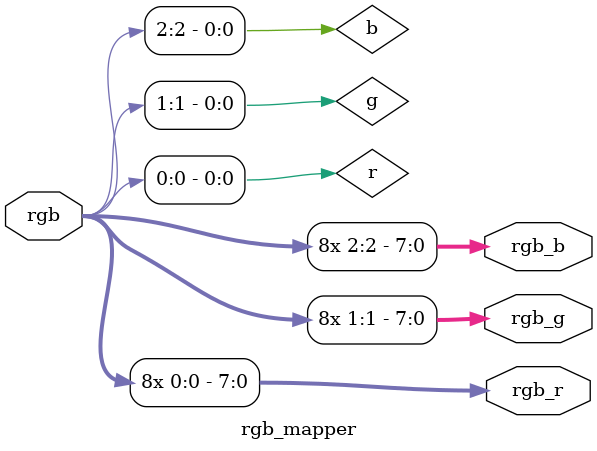
<source format=v>
module rgb_mapper(
	input [2:0] rgb,
	output [7:0] rgb_r,
	output [7:0] rgb_g,
	output [7:0] rgb_b
);

	wire r = rgb[0];
	wire g = rgb[1];
	wire b = rgb[2];
	
	assign rgb_r = {r,r,r,r,r,r,r,r};
	assign rgb_g = {g,g,g,g,g,g,g,g};
	assign rgb_b = {b,b,b,b,b,b,b,b};	
endmodule
</source>
